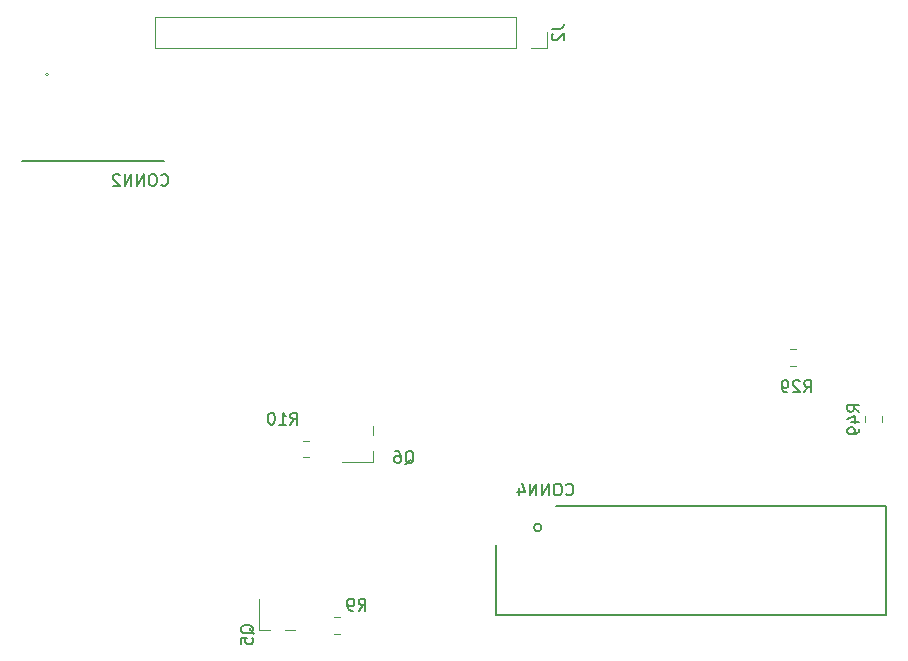
<source format=gbr>
G04 #@! TF.GenerationSoftware,KiCad,Pcbnew,(5.1.6-0-10_14)*
G04 #@! TF.CreationDate,2020-09-03T17:39:19-04:00*
G04 #@! TF.ProjectId,Pufferfish-Interface-2,50756666-6572-4666-9973-682d496e7465,rev?*
G04 #@! TF.SameCoordinates,Original*
G04 #@! TF.FileFunction,Legend,Bot*
G04 #@! TF.FilePolarity,Positive*
%FSLAX46Y46*%
G04 Gerber Fmt 4.6, Leading zero omitted, Abs format (unit mm)*
G04 Created by KiCad (PCBNEW (5.1.6-0-10_14)) date 2020-09-03 17:39:19*
%MOMM*%
%LPD*%
G01*
G04 APERTURE LIST*
%ADD10C,0.120000*%
%ADD11C,0.200000*%
%ADD12C,0.100000*%
%ADD13C,0.127000*%
%ADD14C,0.150000*%
G04 APERTURE END LIST*
D10*
X63210000Y-30991422D02*
X63210000Y-31508578D01*
X61790000Y-30991422D02*
X61790000Y-31508578D01*
X1690000Y170000D02*
X1690000Y2830000D01*
X32230000Y170000D02*
X1690000Y170000D01*
X32230000Y2830000D02*
X1690000Y2830000D01*
X32230000Y170000D02*
X32230000Y2830000D01*
X33500000Y170000D02*
X34830000Y170000D01*
X34830000Y170000D02*
X34830000Y1500000D01*
X55428922Y-26710000D02*
X55946078Y-26710000D01*
X55428922Y-25290000D02*
X55946078Y-25290000D01*
D11*
X34393288Y-40409340D02*
G75*
G03*
X34393288Y-40409340I-323788J0D01*
G01*
X63533500Y-47838840D02*
X30513500Y-47838840D01*
X30513500Y-47838840D02*
X30513500Y-41869840D01*
X35593500Y-38567840D02*
X63533500Y-38567840D01*
X63533500Y-38567840D02*
X63533500Y-47838840D01*
D10*
X20126060Y-32608760D02*
X20126060Y-31808760D01*
X17526060Y-34858760D02*
X20126060Y-34858760D01*
X20126060Y-34858760D02*
X20126060Y-33908760D01*
X12720120Y-49105100D02*
X13520120Y-49105100D01*
X10470120Y-46505100D02*
X10470120Y-49105100D01*
X10470120Y-49105100D02*
X11420120Y-49105100D01*
X14696178Y-33054220D02*
X14179022Y-33054220D01*
X14696178Y-34474220D02*
X14179022Y-34474220D01*
X16866102Y-49444980D02*
X17383258Y-49444980D01*
X16866102Y-48024980D02*
X17383258Y-48024980D01*
D12*
X-7346780Y-2045660D02*
G75*
G03*
X-7346780Y-2045660I-127000J0D01*
G01*
D13*
X2401220Y-9395660D02*
X-9548780Y-9395660D01*
D14*
X61302380Y-30607142D02*
X60826190Y-30273809D01*
X61302380Y-30035714D02*
X60302380Y-30035714D01*
X60302380Y-30416666D01*
X60350000Y-30511904D01*
X60397619Y-30559523D01*
X60492857Y-30607142D01*
X60635714Y-30607142D01*
X60730952Y-30559523D01*
X60778571Y-30511904D01*
X60826190Y-30416666D01*
X60826190Y-30035714D01*
X60635714Y-31464285D02*
X61302380Y-31464285D01*
X60254761Y-31226190D02*
X60969047Y-30988095D01*
X60969047Y-31607142D01*
X61302380Y-32035714D02*
X61302380Y-32226190D01*
X61254761Y-32321428D01*
X61207142Y-32369047D01*
X61064285Y-32464285D01*
X60873809Y-32511904D01*
X60492857Y-32511904D01*
X60397619Y-32464285D01*
X60350000Y-32416666D01*
X60302380Y-32321428D01*
X60302380Y-32130952D01*
X60350000Y-32035714D01*
X60397619Y-31988095D01*
X60492857Y-31940476D01*
X60730952Y-31940476D01*
X60826190Y-31988095D01*
X60873809Y-32035714D01*
X60921428Y-32130952D01*
X60921428Y-32321428D01*
X60873809Y-32416666D01*
X60826190Y-32464285D01*
X60730952Y-32511904D01*
X35282380Y1833333D02*
X35996666Y1833333D01*
X36139523Y1880952D01*
X36234761Y1976190D01*
X36282380Y2119047D01*
X36282380Y2214285D01*
X35377619Y1404761D02*
X35330000Y1357142D01*
X35282380Y1261904D01*
X35282380Y1023809D01*
X35330000Y928571D01*
X35377619Y880952D01*
X35472857Y833333D01*
X35568095Y833333D01*
X35710952Y880952D01*
X36282380Y1452380D01*
X36282380Y833333D01*
X56642857Y-28952380D02*
X56976190Y-28476190D01*
X57214285Y-28952380D02*
X57214285Y-27952380D01*
X56833333Y-27952380D01*
X56738095Y-28000000D01*
X56690476Y-28047619D01*
X56642857Y-28142857D01*
X56642857Y-28285714D01*
X56690476Y-28380952D01*
X56738095Y-28428571D01*
X56833333Y-28476190D01*
X57214285Y-28476190D01*
X56261904Y-28047619D02*
X56214285Y-28000000D01*
X56119047Y-27952380D01*
X55880952Y-27952380D01*
X55785714Y-28000000D01*
X55738095Y-28047619D01*
X55690476Y-28142857D01*
X55690476Y-28238095D01*
X55738095Y-28380952D01*
X56309523Y-28952380D01*
X55690476Y-28952380D01*
X55214285Y-28952380D02*
X55023809Y-28952380D01*
X54928571Y-28904761D01*
X54880952Y-28857142D01*
X54785714Y-28714285D01*
X54738095Y-28523809D01*
X54738095Y-28142857D01*
X54785714Y-28047619D01*
X54833333Y-28000000D01*
X54928571Y-27952380D01*
X55119047Y-27952380D01*
X55214285Y-28000000D01*
X55261904Y-28047619D01*
X55309523Y-28142857D01*
X55309523Y-28380952D01*
X55261904Y-28476190D01*
X55214285Y-28523809D01*
X55119047Y-28571428D01*
X54928571Y-28571428D01*
X54833333Y-28523809D01*
X54785714Y-28476190D01*
X54738095Y-28380952D01*
X36488095Y-37607142D02*
X36535714Y-37654761D01*
X36678571Y-37702380D01*
X36773809Y-37702380D01*
X36916666Y-37654761D01*
X37011904Y-37559523D01*
X37059523Y-37464285D01*
X37107142Y-37273809D01*
X37107142Y-37130952D01*
X37059523Y-36940476D01*
X37011904Y-36845238D01*
X36916666Y-36750000D01*
X36773809Y-36702380D01*
X36678571Y-36702380D01*
X36535714Y-36750000D01*
X36488095Y-36797619D01*
X35869047Y-36702380D02*
X35678571Y-36702380D01*
X35583333Y-36750000D01*
X35488095Y-36845238D01*
X35440476Y-37035714D01*
X35440476Y-37369047D01*
X35488095Y-37559523D01*
X35583333Y-37654761D01*
X35678571Y-37702380D01*
X35869047Y-37702380D01*
X35964285Y-37654761D01*
X36059523Y-37559523D01*
X36107142Y-37369047D01*
X36107142Y-37035714D01*
X36059523Y-36845238D01*
X35964285Y-36750000D01*
X35869047Y-36702380D01*
X35011904Y-37702380D02*
X35011904Y-36702380D01*
X34440476Y-37702380D01*
X34440476Y-36702380D01*
X33964285Y-37702380D02*
X33964285Y-36702380D01*
X33392857Y-37702380D01*
X33392857Y-36702380D01*
X32488095Y-37035714D02*
X32488095Y-37702380D01*
X32726190Y-36654761D02*
X32964285Y-37369047D01*
X32345238Y-37369047D01*
X22845238Y-35047619D02*
X22940476Y-35000000D01*
X23035714Y-34904761D01*
X23178571Y-34761904D01*
X23273809Y-34714285D01*
X23369047Y-34714285D01*
X23321428Y-34952380D02*
X23416666Y-34904761D01*
X23511904Y-34809523D01*
X23559523Y-34619047D01*
X23559523Y-34285714D01*
X23511904Y-34095238D01*
X23416666Y-34000000D01*
X23321428Y-33952380D01*
X23130952Y-33952380D01*
X23035714Y-34000000D01*
X22940476Y-34095238D01*
X22892857Y-34285714D01*
X22892857Y-34619047D01*
X22940476Y-34809523D01*
X23035714Y-34904761D01*
X23130952Y-34952380D01*
X23321428Y-34952380D01*
X22035714Y-33952380D02*
X22226190Y-33952380D01*
X22321428Y-34000000D01*
X22369047Y-34047619D01*
X22464285Y-34190476D01*
X22511904Y-34380952D01*
X22511904Y-34761904D01*
X22464285Y-34857142D01*
X22416666Y-34904761D01*
X22321428Y-34952380D01*
X22130952Y-34952380D01*
X22035714Y-34904761D01*
X21988095Y-34857142D01*
X21940476Y-34761904D01*
X21940476Y-34523809D01*
X21988095Y-34428571D01*
X22035714Y-34380952D01*
X22130952Y-34333333D01*
X22321428Y-34333333D01*
X22416666Y-34380952D01*
X22464285Y-34428571D01*
X22511904Y-34523809D01*
X10047619Y-49404761D02*
X10000000Y-49309523D01*
X9904761Y-49214285D01*
X9761904Y-49071428D01*
X9714285Y-48976190D01*
X9714285Y-48880952D01*
X9952380Y-48928571D02*
X9904761Y-48833333D01*
X9809523Y-48738095D01*
X9619047Y-48690476D01*
X9285714Y-48690476D01*
X9095238Y-48738095D01*
X9000000Y-48833333D01*
X8952380Y-48928571D01*
X8952380Y-49119047D01*
X9000000Y-49214285D01*
X9095238Y-49309523D01*
X9285714Y-49357142D01*
X9619047Y-49357142D01*
X9809523Y-49309523D01*
X9904761Y-49214285D01*
X9952380Y-49119047D01*
X9952380Y-48928571D01*
X8952380Y-50261904D02*
X8952380Y-49785714D01*
X9428571Y-49738095D01*
X9380952Y-49785714D01*
X9333333Y-49880952D01*
X9333333Y-50119047D01*
X9380952Y-50214285D01*
X9428571Y-50261904D01*
X9523809Y-50309523D01*
X9761904Y-50309523D01*
X9857142Y-50261904D01*
X9904761Y-50214285D01*
X9952380Y-50119047D01*
X9952380Y-49880952D01*
X9904761Y-49785714D01*
X9857142Y-49738095D01*
X13142857Y-31702380D02*
X13476190Y-31226190D01*
X13714285Y-31702380D02*
X13714285Y-30702380D01*
X13333333Y-30702380D01*
X13238095Y-30750000D01*
X13190476Y-30797619D01*
X13142857Y-30892857D01*
X13142857Y-31035714D01*
X13190476Y-31130952D01*
X13238095Y-31178571D01*
X13333333Y-31226190D01*
X13714285Y-31226190D01*
X12190476Y-31702380D02*
X12761904Y-31702380D01*
X12476190Y-31702380D02*
X12476190Y-30702380D01*
X12571428Y-30845238D01*
X12666666Y-30940476D01*
X12761904Y-30988095D01*
X11571428Y-30702380D02*
X11476190Y-30702380D01*
X11380952Y-30750000D01*
X11333333Y-30797619D01*
X11285714Y-30892857D01*
X11238095Y-31083333D01*
X11238095Y-31321428D01*
X11285714Y-31511904D01*
X11333333Y-31607142D01*
X11380952Y-31654761D01*
X11476190Y-31702380D01*
X11571428Y-31702380D01*
X11666666Y-31654761D01*
X11714285Y-31607142D01*
X11761904Y-31511904D01*
X11809523Y-31321428D01*
X11809523Y-31083333D01*
X11761904Y-30892857D01*
X11714285Y-30797619D01*
X11666666Y-30750000D01*
X11571428Y-30702380D01*
X18916666Y-47452380D02*
X19250000Y-46976190D01*
X19488095Y-47452380D02*
X19488095Y-46452380D01*
X19107142Y-46452380D01*
X19011904Y-46500000D01*
X18964285Y-46547619D01*
X18916666Y-46642857D01*
X18916666Y-46785714D01*
X18964285Y-46880952D01*
X19011904Y-46928571D01*
X19107142Y-46976190D01*
X19488095Y-46976190D01*
X18440476Y-47452380D02*
X18250000Y-47452380D01*
X18154761Y-47404761D01*
X18107142Y-47357142D01*
X18011904Y-47214285D01*
X17964285Y-47023809D01*
X17964285Y-46642857D01*
X18011904Y-46547619D01*
X18059523Y-46500000D01*
X18154761Y-46452380D01*
X18345238Y-46452380D01*
X18440476Y-46500000D01*
X18488095Y-46547619D01*
X18535714Y-46642857D01*
X18535714Y-46880952D01*
X18488095Y-46976190D01*
X18440476Y-47023809D01*
X18345238Y-47071428D01*
X18154761Y-47071428D01*
X18059523Y-47023809D01*
X18011904Y-46976190D01*
X17964285Y-46880952D01*
X2201633Y-11403861D02*
X2249287Y-11451514D01*
X2392247Y-11499168D01*
X2487554Y-11499168D01*
X2630515Y-11451514D01*
X2725822Y-11356207D01*
X2773475Y-11260900D01*
X2821129Y-11070286D01*
X2821129Y-10927326D01*
X2773475Y-10736712D01*
X2725822Y-10641405D01*
X2630515Y-10546098D01*
X2487554Y-10498444D01*
X2392247Y-10498444D01*
X2249287Y-10546098D01*
X2201633Y-10593751D01*
X1582137Y-10498444D02*
X1391523Y-10498444D01*
X1296216Y-10546098D01*
X1200909Y-10641405D01*
X1153256Y-10832019D01*
X1153256Y-11165593D01*
X1200909Y-11356207D01*
X1296216Y-11451514D01*
X1391523Y-11499168D01*
X1582137Y-11499168D01*
X1677444Y-11451514D01*
X1772751Y-11356207D01*
X1820405Y-11165593D01*
X1820405Y-10832019D01*
X1772751Y-10641405D01*
X1677444Y-10546098D01*
X1582137Y-10498444D01*
X724374Y-11499168D02*
X724374Y-10498444D01*
X152532Y-11499168D01*
X152532Y-10498444D01*
X-324003Y-11499168D02*
X-324003Y-10498444D01*
X-895845Y-11499168D01*
X-895845Y-10498444D01*
X-1324727Y-10593751D02*
X-1372380Y-10546098D01*
X-1467687Y-10498444D01*
X-1705955Y-10498444D01*
X-1801262Y-10546098D01*
X-1848915Y-10593751D01*
X-1896569Y-10689058D01*
X-1896569Y-10784365D01*
X-1848915Y-10927326D01*
X-1277073Y-11499168D01*
X-1896569Y-11499168D01*
M02*

</source>
